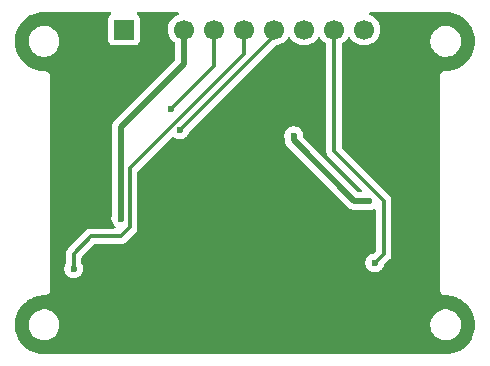
<source format=gbr>
%TF.GenerationSoftware,KiCad,Pcbnew,9.0.5*%
%TF.CreationDate,2025-12-25T12:25:27+05:30*%
%TF.ProjectId,TSH82_Configurable_Op-amp_Board,54534838-325f-4436-9f6e-666967757261,v1.1*%
%TF.SameCoordinates,Original*%
%TF.FileFunction,Copper,L2,Bot*%
%TF.FilePolarity,Positive*%
%FSLAX46Y46*%
G04 Gerber Fmt 4.6, Leading zero omitted, Abs format (unit mm)*
G04 Created by KiCad (PCBNEW 9.0.5) date 2025-12-25 12:25:27*
%MOMM*%
%LPD*%
G01*
G04 APERTURE LIST*
%TA.AperFunction,ComponentPad*%
%ADD10R,1.700000X1.700000*%
%TD*%
%TA.AperFunction,ComponentPad*%
%ADD11C,1.700000*%
%TD*%
%TA.AperFunction,ViaPad*%
%ADD12C,0.600000*%
%TD*%
%TA.AperFunction,Conductor*%
%ADD13C,0.300000*%
%TD*%
%TA.AperFunction,Conductor*%
%ADD14C,0.500000*%
%TD*%
G04 APERTURE END LIST*
D10*
%TO.P,J1,1,Pin_1*%
%TO.N,VCC*%
X132760000Y-81000000D03*
D11*
%TO.P,J1,2,Pin_2*%
%TO.N,GND*%
X135300000Y-81000000D03*
%TO.P,J1,3,Pin_3*%
%TO.N,VREF*%
X137840000Y-81000000D03*
%TO.P,J1,4,Pin_4*%
%TO.N,-IN1*%
X140380000Y-81000000D03*
%TO.P,J1,5,Pin_5*%
%TO.N,+IN1*%
X142920000Y-81000000D03*
%TO.P,J1,6,Pin_6*%
%TO.N,OUT1*%
X145460000Y-81000000D03*
%TO.P,J1,7,Pin_7*%
%TO.N,-IN2*%
X148000000Y-81000000D03*
%TO.P,J1,8,Pin_8*%
%TO.N,+IN2*%
X150540000Y-81000000D03*
%TO.P,J1,9,Pin_9*%
%TO.N,OUT2*%
X153080000Y-81000000D03*
%TD*%
D12*
%TO.N,OUT1*%
X137500000Y-89500000D03*
%TO.N,+IN1*%
X128500000Y-101250000D03*
%TO.N,+IN2*%
X154000000Y-100750000D03*
%TO.N,-IN1*%
X136750000Y-87750000D03*
%TO.N,GND*%
X129000000Y-86000000D03*
X133000000Y-100000000D03*
X127000000Y-101000000D03*
X159000000Y-93000000D03*
X127000000Y-95000000D03*
X133000000Y-103000000D03*
X127000000Y-90000000D03*
X159000000Y-86000000D03*
X130000000Y-84000000D03*
X148750000Y-103500000D03*
X134000000Y-86000000D03*
X129000000Y-83000000D03*
X137000000Y-107000000D03*
X135250000Y-83500000D03*
X132000000Y-85000000D03*
X129000000Y-80000000D03*
X156000000Y-81000000D03*
X148500000Y-85250000D03*
X149000000Y-88750000D03*
X129000000Y-81000000D03*
X133000000Y-105000000D03*
X147750000Y-105500000D03*
X148000000Y-94250000D03*
X148500000Y-83250000D03*
X147500000Y-83250000D03*
X136000000Y-107000000D03*
X133000000Y-108000000D03*
X134000000Y-106000000D03*
X157000000Y-83000000D03*
X136250000Y-83500000D03*
X133000000Y-101000000D03*
X127000000Y-94000000D03*
X157000000Y-84000000D03*
X146750000Y-106500000D03*
X127000000Y-87000000D03*
X156000000Y-83000000D03*
X131000000Y-84000000D03*
X133000000Y-85000000D03*
X158000000Y-85000000D03*
X133000000Y-86000000D03*
X138000000Y-105500000D03*
X157000000Y-81000000D03*
X159000000Y-99000000D03*
X134000000Y-108000000D03*
X158000000Y-86000000D03*
X149000000Y-89750000D03*
X144750000Y-106500000D03*
X130000000Y-86000000D03*
X157000000Y-80000000D03*
X151750000Y-84250000D03*
X159000000Y-102000000D03*
X159000000Y-94000000D03*
X127000000Y-99000000D03*
X159000000Y-90000000D03*
X159000000Y-98000000D03*
X127000000Y-88000000D03*
X159000000Y-91000000D03*
X131000000Y-86000000D03*
X139000000Y-94000000D03*
X148500000Y-84250000D03*
X148000000Y-88750000D03*
X159000000Y-95000000D03*
X127000000Y-102000000D03*
X157000000Y-85000000D03*
X156000000Y-82000000D03*
X128000000Y-85000000D03*
X159000000Y-101000000D03*
X157000000Y-86000000D03*
X159000000Y-89000000D03*
X135000000Y-108000000D03*
X159000000Y-92000000D03*
X150000000Y-108000000D03*
X127000000Y-100000000D03*
X159000000Y-96000000D03*
X151750000Y-88500000D03*
X133000000Y-104000000D03*
X127000000Y-97000000D03*
X140000000Y-106500000D03*
X128000000Y-86000000D03*
X133000000Y-107000000D03*
X130000000Y-80000000D03*
X156000000Y-80000000D03*
X159000000Y-100000000D03*
X132000000Y-84000000D03*
X130000000Y-81000000D03*
X142000000Y-106500000D03*
X136000000Y-108000000D03*
X133000000Y-106000000D03*
X131000000Y-85000000D03*
X127000000Y-89000000D03*
X137000000Y-108000000D03*
X159000000Y-97000000D03*
X134000000Y-103000000D03*
X138000000Y-108000000D03*
X135000000Y-107000000D03*
X159000000Y-88000000D03*
X151000000Y-108000000D03*
X129000000Y-84000000D03*
X130000000Y-85000000D03*
X159000000Y-87000000D03*
X138000000Y-104500000D03*
X157000000Y-82000000D03*
X139000000Y-106500000D03*
X156000000Y-85000000D03*
X134000000Y-102000000D03*
X139000000Y-104500000D03*
X127000000Y-93000000D03*
X133000000Y-84000000D03*
X127000000Y-91000000D03*
X127000000Y-92000000D03*
X156000000Y-84000000D03*
X148750000Y-105500000D03*
X145750000Y-106500000D03*
X149500000Y-83250000D03*
X138000000Y-103500000D03*
X134000000Y-107000000D03*
X133000000Y-102000000D03*
X134000000Y-85000000D03*
X141000000Y-106500000D03*
X151750000Y-83250000D03*
X132000000Y-86000000D03*
X127000000Y-86000000D03*
X148750000Y-104500000D03*
X127000000Y-96000000D03*
X129000000Y-85000000D03*
X130000000Y-83000000D03*
X147750000Y-106500000D03*
X156000000Y-86000000D03*
X139000000Y-105500000D03*
X129000000Y-82000000D03*
X127000000Y-98000000D03*
%TO.N,VREF*%
X132500000Y-97000000D03*
X153500000Y-95500000D03*
X147125000Y-90000000D03*
%TD*%
D13*
%TO.N,OUT1*%
X137500000Y-89500000D02*
X145250000Y-81750000D01*
X145250000Y-81750000D02*
X145250000Y-81000000D01*
%TO.N,+IN1*%
X142920000Y-83080000D02*
X133250000Y-92750000D01*
X133250000Y-92750000D02*
X133250000Y-97750000D01*
X130000000Y-98500000D02*
X128500000Y-100000000D01*
X132500000Y-98500000D02*
X130000000Y-98500000D01*
X128500000Y-100000000D02*
X128500000Y-101250000D01*
X142920000Y-81000000D02*
X142920000Y-83080000D01*
X133250000Y-97750000D02*
X132500000Y-98500000D01*
%TO.N,+IN2*%
X154750000Y-95500000D02*
X150540000Y-91290000D01*
X154000000Y-100750000D02*
X154750000Y-100000000D01*
X154750000Y-100000000D02*
X154750000Y-95500000D01*
X150540000Y-91290000D02*
X150540000Y-81000000D01*
%TO.N,-IN1*%
X140380000Y-84120000D02*
X140380000Y-81000000D01*
X136750000Y-87750000D02*
X140380000Y-84120000D01*
D14*
%TO.N,VREF*%
X147125000Y-90375000D02*
X152250000Y-95500000D01*
X147125000Y-90000000D02*
X147125000Y-90375000D01*
X132500000Y-97000000D02*
X132500000Y-89250000D01*
X132500000Y-89250000D02*
X137840000Y-83910000D01*
X137840000Y-83910000D02*
X137840000Y-81000000D01*
X152250000Y-95500000D02*
X153500000Y-95500000D01*
%TD*%
%TA.AperFunction,Conductor*%
%TO.N,GND*%
G36*
X131636936Y-79520185D02*
G01*
X131682691Y-79572989D01*
X131692635Y-79642147D01*
X131663610Y-79705703D01*
X131644208Y-79723766D01*
X131552455Y-79792452D01*
X131552452Y-79792455D01*
X131466206Y-79907664D01*
X131466202Y-79907671D01*
X131415908Y-80042517D01*
X131409501Y-80102116D01*
X131409501Y-80102123D01*
X131409500Y-80102135D01*
X131409500Y-81897870D01*
X131409501Y-81897876D01*
X131415908Y-81957483D01*
X131466202Y-82092328D01*
X131466206Y-82092335D01*
X131552452Y-82207544D01*
X131552455Y-82207547D01*
X131667664Y-82293793D01*
X131667671Y-82293797D01*
X131802517Y-82344091D01*
X131802516Y-82344091D01*
X131809444Y-82344835D01*
X131862127Y-82350500D01*
X133657872Y-82350499D01*
X133717483Y-82344091D01*
X133852331Y-82293796D01*
X133967546Y-82207546D01*
X134053796Y-82092331D01*
X134104091Y-81957483D01*
X134110500Y-81897873D01*
X134110499Y-80102128D01*
X134104091Y-80042517D01*
X134053796Y-79907669D01*
X134053795Y-79907668D01*
X134053793Y-79907664D01*
X133967547Y-79792455D01*
X133967544Y-79792452D01*
X133875792Y-79723766D01*
X133833921Y-79667832D01*
X133828937Y-79598141D01*
X133862423Y-79536818D01*
X133923746Y-79503334D01*
X133950103Y-79500500D01*
X137301774Y-79500500D01*
X137368813Y-79520185D01*
X137414568Y-79572989D01*
X137424512Y-79642147D01*
X137395487Y-79705703D01*
X137340093Y-79742430D01*
X137321588Y-79748443D01*
X137321585Y-79748444D01*
X137132179Y-79844951D01*
X136960213Y-79969890D01*
X136809890Y-80120213D01*
X136684951Y-80292179D01*
X136588444Y-80481585D01*
X136522753Y-80683760D01*
X136505169Y-80794781D01*
X136489500Y-80893713D01*
X136489500Y-81106287D01*
X136522754Y-81316243D01*
X136582714Y-81500781D01*
X136588444Y-81518414D01*
X136684951Y-81707820D01*
X136809890Y-81879786D01*
X136809896Y-81879792D01*
X136960208Y-82030104D01*
X137038384Y-82086902D01*
X137081051Y-82142231D01*
X137089500Y-82187220D01*
X137089500Y-83547769D01*
X137069815Y-83614808D01*
X137053181Y-83635450D01*
X131917050Y-88771580D01*
X131917044Y-88771588D01*
X131867812Y-88845268D01*
X131867813Y-88845269D01*
X131834921Y-88894496D01*
X131834914Y-88894508D01*
X131778342Y-89031086D01*
X131778340Y-89031092D01*
X131749500Y-89176079D01*
X131749500Y-96695396D01*
X131740062Y-96742844D01*
X131730263Y-96766503D01*
X131730262Y-96766506D01*
X131730260Y-96766511D01*
X131699500Y-96921153D01*
X131699500Y-97078846D01*
X131730261Y-97233489D01*
X131730264Y-97233501D01*
X131790602Y-97379172D01*
X131790609Y-97379185D01*
X131878210Y-97510288D01*
X131878213Y-97510292D01*
X131989708Y-97621787D01*
X131990621Y-97622397D01*
X131990991Y-97622839D01*
X131994419Y-97625653D01*
X131993885Y-97626303D01*
X132035427Y-97676010D01*
X132044134Y-97745334D01*
X132013980Y-97808362D01*
X131954537Y-97845082D01*
X131921731Y-97849500D01*
X129935929Y-97849500D01*
X129810261Y-97874497D01*
X129810255Y-97874499D01*
X129691870Y-97923535D01*
X129585331Y-97994722D01*
X129585324Y-97994728D01*
X127994726Y-99585326D01*
X127923534Y-99691874D01*
X127874499Y-99810255D01*
X127874497Y-99810261D01*
X127849500Y-99935928D01*
X127849500Y-100745064D01*
X127829815Y-100812103D01*
X127828603Y-100813954D01*
X127790608Y-100870817D01*
X127790602Y-100870828D01*
X127730264Y-101016498D01*
X127730261Y-101016510D01*
X127699500Y-101171153D01*
X127699500Y-101328846D01*
X127730261Y-101483489D01*
X127730264Y-101483501D01*
X127790602Y-101629172D01*
X127790609Y-101629185D01*
X127878210Y-101760288D01*
X127878213Y-101760292D01*
X127989707Y-101871786D01*
X127989711Y-101871789D01*
X128120814Y-101959390D01*
X128120827Y-101959397D01*
X128266498Y-102019735D01*
X128266503Y-102019737D01*
X128421153Y-102050499D01*
X128421156Y-102050500D01*
X128421158Y-102050500D01*
X128578844Y-102050500D01*
X128578845Y-102050499D01*
X128733497Y-102019737D01*
X128879179Y-101959394D01*
X129010289Y-101871789D01*
X129121789Y-101760289D01*
X129209394Y-101629179D01*
X129269737Y-101483497D01*
X129300500Y-101328842D01*
X129300500Y-101171158D01*
X129300500Y-101171155D01*
X129300499Y-101171153D01*
X129269738Y-101016510D01*
X129269737Y-101016503D01*
X129209394Y-100870821D01*
X129171396Y-100813953D01*
X129150520Y-100747276D01*
X129150500Y-100745064D01*
X129150500Y-100320808D01*
X129170185Y-100253769D01*
X129186819Y-100233127D01*
X130233127Y-99186819D01*
X130294450Y-99153334D01*
X130320808Y-99150500D01*
X132564071Y-99150500D01*
X132648615Y-99133682D01*
X132689744Y-99125501D01*
X132808127Y-99076465D01*
X132914669Y-99005277D01*
X133755276Y-98164669D01*
X133826465Y-98058127D01*
X133875501Y-97939744D01*
X133888479Y-97874499D01*
X133900500Y-97814069D01*
X133900500Y-93070806D01*
X133920185Y-93003767D01*
X133936814Y-92983130D01*
X136806253Y-90113690D01*
X136867574Y-90080207D01*
X136937266Y-90085191D01*
X136981613Y-90113692D01*
X136989707Y-90121786D01*
X136989711Y-90121789D01*
X137120814Y-90209390D01*
X137120827Y-90209397D01*
X137236117Y-90257151D01*
X137266503Y-90269737D01*
X137421153Y-90300499D01*
X137421156Y-90300500D01*
X137421158Y-90300500D01*
X137578844Y-90300500D01*
X137578845Y-90300499D01*
X137733497Y-90269737D01*
X137879179Y-90209394D01*
X138010289Y-90121789D01*
X138121789Y-90010289D01*
X138209394Y-89879179D01*
X138269737Y-89733497D01*
X138283079Y-89666416D01*
X138315463Y-89604509D01*
X138316959Y-89602985D01*
X145541552Y-82378392D01*
X145602873Y-82344909D01*
X145609823Y-82343604D01*
X145776243Y-82317246D01*
X145978412Y-82251557D01*
X146167816Y-82155051D01*
X146215811Y-82120181D01*
X146339786Y-82030109D01*
X146339788Y-82030106D01*
X146339792Y-82030104D01*
X146490104Y-81879792D01*
X146490106Y-81879788D01*
X146490109Y-81879786D01*
X146615048Y-81707820D01*
X146615049Y-81707819D01*
X146615051Y-81707816D01*
X146619514Y-81699054D01*
X146667488Y-81648259D01*
X146735308Y-81631463D01*
X146801444Y-81653999D01*
X146840486Y-81699056D01*
X146844951Y-81707820D01*
X146969890Y-81879786D01*
X147120213Y-82030109D01*
X147292179Y-82155048D01*
X147292181Y-82155049D01*
X147292184Y-82155051D01*
X147481588Y-82251557D01*
X147683757Y-82317246D01*
X147893713Y-82350500D01*
X147893714Y-82350500D01*
X148106286Y-82350500D01*
X148106287Y-82350500D01*
X148316243Y-82317246D01*
X148518412Y-82251557D01*
X148707816Y-82155051D01*
X148755811Y-82120181D01*
X148879786Y-82030109D01*
X148879788Y-82030106D01*
X148879792Y-82030104D01*
X149030104Y-81879792D01*
X149030106Y-81879788D01*
X149030109Y-81879786D01*
X149155048Y-81707820D01*
X149155049Y-81707819D01*
X149155051Y-81707816D01*
X149159514Y-81699054D01*
X149207488Y-81648259D01*
X149275308Y-81631463D01*
X149341444Y-81653999D01*
X149380486Y-81699056D01*
X149384951Y-81707820D01*
X149509890Y-81879786D01*
X149509896Y-81879792D01*
X149660208Y-82030104D01*
X149832184Y-82155051D01*
X149832188Y-82155053D01*
X149836126Y-82157914D01*
X149835146Y-82159262D01*
X149877160Y-82205690D01*
X149889500Y-82259617D01*
X149889500Y-91354069D01*
X149889500Y-91354071D01*
X149889499Y-91354071D01*
X149914497Y-91479738D01*
X149914499Y-91479744D01*
X149963535Y-91598127D01*
X150034723Y-91704669D01*
X150034726Y-91704673D01*
X150034727Y-91704674D01*
X152867873Y-94537819D01*
X152878485Y-94557255D01*
X152892986Y-94573989D01*
X152894902Y-94587320D01*
X152901358Y-94599142D01*
X152899778Y-94621228D01*
X152902930Y-94643147D01*
X152897334Y-94655398D01*
X152896374Y-94668834D01*
X152883103Y-94686560D01*
X152873905Y-94706703D01*
X152862573Y-94713985D01*
X152854502Y-94724767D01*
X152833756Y-94732504D01*
X152815127Y-94744477D01*
X152793208Y-94747628D01*
X152789038Y-94749184D01*
X152780192Y-94749500D01*
X152612229Y-94749500D01*
X152545190Y-94729815D01*
X152524548Y-94713181D01*
X147961819Y-90150452D01*
X147928334Y-90089129D01*
X147925500Y-90062771D01*
X147925500Y-89921155D01*
X147925499Y-89921153D01*
X147894738Y-89766510D01*
X147894737Y-89766503D01*
X147838001Y-89629528D01*
X147834397Y-89620827D01*
X147834390Y-89620814D01*
X147746789Y-89489711D01*
X147746786Y-89489707D01*
X147635292Y-89378213D01*
X147635288Y-89378210D01*
X147504185Y-89290609D01*
X147504172Y-89290602D01*
X147358501Y-89230264D01*
X147358489Y-89230261D01*
X147203845Y-89199500D01*
X147203842Y-89199500D01*
X147046158Y-89199500D01*
X147046155Y-89199500D01*
X146891510Y-89230261D01*
X146891498Y-89230264D01*
X146745827Y-89290602D01*
X146745814Y-89290609D01*
X146614711Y-89378210D01*
X146614707Y-89378213D01*
X146503213Y-89489707D01*
X146503210Y-89489711D01*
X146415609Y-89620814D01*
X146415602Y-89620827D01*
X146355264Y-89766498D01*
X146355261Y-89766510D01*
X146324500Y-89921153D01*
X146324500Y-90078846D01*
X146355261Y-90233489D01*
X146355263Y-90233497D01*
X146365061Y-90257151D01*
X146374500Y-90304604D01*
X146374500Y-90448918D01*
X146374500Y-90448920D01*
X146374499Y-90448920D01*
X146403340Y-90593907D01*
X146403343Y-90593917D01*
X146459913Y-90730490D01*
X146459914Y-90730492D01*
X146486137Y-90769737D01*
X146486138Y-90769739D01*
X146542043Y-90853410D01*
X146542047Y-90853415D01*
X146542048Y-90853416D01*
X151667049Y-95978416D01*
X151771584Y-96082951D01*
X151771587Y-96082953D01*
X151771588Y-96082954D01*
X151894503Y-96165083D01*
X151894506Y-96165085D01*
X151944665Y-96185861D01*
X151951080Y-96188518D01*
X152031088Y-96221659D01*
X152147241Y-96244763D01*
X152170380Y-96249365D01*
X152176081Y-96250500D01*
X152176082Y-96250500D01*
X152176083Y-96250500D01*
X152323918Y-96250500D01*
X153195396Y-96250500D01*
X153242844Y-96259937D01*
X153266503Y-96269737D01*
X153266508Y-96269738D01*
X153266511Y-96269739D01*
X153421153Y-96300499D01*
X153421156Y-96300500D01*
X153421158Y-96300500D01*
X153578844Y-96300500D01*
X153578845Y-96300499D01*
X153733497Y-96269737D01*
X153879179Y-96209394D01*
X153879184Y-96209390D01*
X153879187Y-96209389D01*
X153906608Y-96191067D01*
X153973285Y-96170188D01*
X154040666Y-96188672D01*
X154087356Y-96240650D01*
X154099500Y-96294168D01*
X154099500Y-99679192D01*
X154090855Y-99708632D01*
X154084332Y-99738619D01*
X154080577Y-99743634D01*
X154079815Y-99746231D01*
X154063185Y-99766868D01*
X153897069Y-99932985D01*
X153835746Y-99966469D01*
X153833580Y-99966920D01*
X153766508Y-99980261D01*
X153766498Y-99980264D01*
X153620827Y-100040602D01*
X153620814Y-100040609D01*
X153489711Y-100128210D01*
X153489707Y-100128213D01*
X153378213Y-100239707D01*
X153378210Y-100239711D01*
X153290609Y-100370814D01*
X153290602Y-100370827D01*
X153230264Y-100516498D01*
X153230261Y-100516510D01*
X153199500Y-100671153D01*
X153199500Y-100828846D01*
X153230261Y-100983489D01*
X153230264Y-100983501D01*
X153290602Y-101129172D01*
X153290609Y-101129185D01*
X153378210Y-101260288D01*
X153378213Y-101260292D01*
X153489707Y-101371786D01*
X153489711Y-101371789D01*
X153620814Y-101459390D01*
X153620827Y-101459397D01*
X153766498Y-101519735D01*
X153766503Y-101519737D01*
X153921153Y-101550499D01*
X153921156Y-101550500D01*
X153921158Y-101550500D01*
X154078844Y-101550500D01*
X154078845Y-101550499D01*
X154233497Y-101519737D01*
X154379179Y-101459394D01*
X154510289Y-101371789D01*
X154621789Y-101260289D01*
X154709394Y-101129179D01*
X154769737Y-100983497D01*
X154783079Y-100916417D01*
X154815462Y-100854508D01*
X154816900Y-100853043D01*
X155255276Y-100414669D01*
X155326465Y-100308127D01*
X155375501Y-100189744D01*
X155383259Y-100150738D01*
X155388479Y-100124501D01*
X155388479Y-100124499D01*
X155400500Y-100064070D01*
X155400500Y-95435928D01*
X155375502Y-95310261D01*
X155375501Y-95310260D01*
X155375501Y-95310256D01*
X155326465Y-95191873D01*
X155255277Y-95085331D01*
X155255275Y-95085329D01*
X155255273Y-95085326D01*
X151226819Y-91056872D01*
X151193334Y-90995549D01*
X151190500Y-90969191D01*
X151190500Y-82259617D01*
X151210185Y-82192578D01*
X151244592Y-82158902D01*
X151243874Y-82157914D01*
X151247811Y-82155053D01*
X151247816Y-82155051D01*
X151419792Y-82030104D01*
X151570104Y-81879792D01*
X151570106Y-81879788D01*
X151570109Y-81879786D01*
X151695048Y-81707820D01*
X151695049Y-81707819D01*
X151695051Y-81707816D01*
X151699514Y-81699054D01*
X151747488Y-81648259D01*
X151815308Y-81631463D01*
X151881444Y-81653999D01*
X151920486Y-81699056D01*
X151924951Y-81707820D01*
X152049890Y-81879786D01*
X152200213Y-82030109D01*
X152372179Y-82155048D01*
X152372181Y-82155049D01*
X152372184Y-82155051D01*
X152561588Y-82251557D01*
X152763757Y-82317246D01*
X152973713Y-82350500D01*
X152973714Y-82350500D01*
X153186286Y-82350500D01*
X153186287Y-82350500D01*
X153396243Y-82317246D01*
X153598412Y-82251557D01*
X153787816Y-82155051D01*
X153835811Y-82120181D01*
X153959786Y-82030109D01*
X153959788Y-82030106D01*
X153959792Y-82030104D01*
X154092248Y-81897648D01*
X158699500Y-81897648D01*
X158699500Y-82102351D01*
X158731522Y-82304534D01*
X158794781Y-82499223D01*
X158887715Y-82681613D01*
X159008028Y-82847213D01*
X159152786Y-82991971D01*
X159307749Y-83104556D01*
X159318390Y-83112287D01*
X159401701Y-83154736D01*
X159500776Y-83205218D01*
X159500778Y-83205218D01*
X159500781Y-83205220D01*
X159605137Y-83239127D01*
X159695465Y-83268477D01*
X159796557Y-83284488D01*
X159897648Y-83300500D01*
X159897649Y-83300500D01*
X160102351Y-83300500D01*
X160102352Y-83300500D01*
X160304534Y-83268477D01*
X160499219Y-83205220D01*
X160681610Y-83112287D01*
X160774590Y-83044732D01*
X160847213Y-82991971D01*
X160847215Y-82991968D01*
X160847219Y-82991966D01*
X160991966Y-82847219D01*
X160991968Y-82847215D01*
X160991971Y-82847213D01*
X161055921Y-82759192D01*
X161112287Y-82681610D01*
X161205220Y-82499219D01*
X161268477Y-82304534D01*
X161300500Y-82102352D01*
X161300500Y-81897648D01*
X161268477Y-81695465D01*
X161210949Y-81518414D01*
X161205220Y-81500781D01*
X161205218Y-81500778D01*
X161205218Y-81500776D01*
X161171503Y-81434607D01*
X161112287Y-81318390D01*
X161104556Y-81307749D01*
X160991971Y-81152786D01*
X160847213Y-81008028D01*
X160681613Y-80887715D01*
X160681612Y-80887714D01*
X160681610Y-80887713D01*
X160624653Y-80858691D01*
X160499223Y-80794781D01*
X160304534Y-80731522D01*
X160129995Y-80703878D01*
X160102352Y-80699500D01*
X159897648Y-80699500D01*
X159873329Y-80703351D01*
X159695465Y-80731522D01*
X159500776Y-80794781D01*
X159318386Y-80887715D01*
X159152786Y-81008028D01*
X159008028Y-81152786D01*
X158887715Y-81318386D01*
X158794781Y-81500776D01*
X158731522Y-81695465D01*
X158699500Y-81897648D01*
X154092248Y-81897648D01*
X154110104Y-81879792D01*
X154235051Y-81707816D01*
X154331557Y-81518412D01*
X154397246Y-81316243D01*
X154430500Y-81106287D01*
X154430500Y-80893713D01*
X154397246Y-80683757D01*
X154331557Y-80481588D01*
X154235051Y-80292184D01*
X154235049Y-80292181D01*
X154235048Y-80292179D01*
X154110109Y-80120213D01*
X153959786Y-79969890D01*
X153787820Y-79844951D01*
X153598414Y-79748444D01*
X153598413Y-79748443D01*
X153598412Y-79748443D01*
X153579907Y-79742430D01*
X153522232Y-79702994D01*
X153495034Y-79638635D01*
X153506949Y-79569789D01*
X153554193Y-79518313D01*
X153618226Y-79500500D01*
X159934108Y-79500500D01*
X159996249Y-79500500D01*
X160003736Y-79500726D01*
X160293796Y-79518271D01*
X160308657Y-79520075D01*
X160579933Y-79569789D01*
X160590798Y-79571780D01*
X160605335Y-79575363D01*
X160879172Y-79660695D01*
X160893163Y-79666000D01*
X161154743Y-79783727D01*
X161167989Y-79790680D01*
X161413465Y-79939075D01*
X161425776Y-79947573D01*
X161651573Y-80124473D01*
X161662781Y-80134403D01*
X161865596Y-80337218D01*
X161875526Y-80348426D01*
X161995481Y-80501538D01*
X162052422Y-80574217D01*
X162060926Y-80586537D01*
X162148573Y-80731523D01*
X162209316Y-80832004D01*
X162216275Y-80845263D01*
X162333997Y-81106831D01*
X162339306Y-81120832D01*
X162424635Y-81394663D01*
X162428219Y-81409201D01*
X162479923Y-81691340D01*
X162481728Y-81706205D01*
X162499047Y-81992513D01*
X162499047Y-82007487D01*
X162481728Y-82293794D01*
X162479923Y-82308659D01*
X162428219Y-82590798D01*
X162424635Y-82605336D01*
X162339306Y-82879167D01*
X162333997Y-82893168D01*
X162216275Y-83154736D01*
X162209316Y-83167995D01*
X162060928Y-83413459D01*
X162052422Y-83425782D01*
X161875526Y-83651573D01*
X161865596Y-83662781D01*
X161662781Y-83865596D01*
X161651573Y-83875526D01*
X161425782Y-84052422D01*
X161413459Y-84060928D01*
X161167995Y-84209316D01*
X161154736Y-84216275D01*
X160893168Y-84333997D01*
X160879167Y-84339306D01*
X160605336Y-84424635D01*
X160590798Y-84428219D01*
X160308659Y-84479923D01*
X160293794Y-84481728D01*
X160003736Y-84499274D01*
X159996249Y-84499500D01*
X159934108Y-84499500D01*
X159806812Y-84533608D01*
X159692686Y-84599500D01*
X159692683Y-84599502D01*
X159599502Y-84692683D01*
X159599500Y-84692686D01*
X159533608Y-84806812D01*
X159499500Y-84934108D01*
X159499500Y-103065891D01*
X159533608Y-103193187D01*
X159566554Y-103250250D01*
X159599500Y-103307314D01*
X159692686Y-103400500D01*
X159806814Y-103466392D01*
X159934108Y-103500500D01*
X159996249Y-103500500D01*
X160003736Y-103500726D01*
X160293796Y-103518271D01*
X160308659Y-103520076D01*
X160590798Y-103571780D01*
X160605335Y-103575363D01*
X160879172Y-103660695D01*
X160893163Y-103666000D01*
X161154743Y-103783727D01*
X161167989Y-103790680D01*
X161413465Y-103939075D01*
X161425776Y-103947573D01*
X161651573Y-104124473D01*
X161662781Y-104134403D01*
X161865596Y-104337218D01*
X161875526Y-104348426D01*
X161995481Y-104501538D01*
X162052422Y-104574217D01*
X162060926Y-104586537D01*
X162148573Y-104731523D01*
X162209316Y-104832004D01*
X162216275Y-104845263D01*
X162333997Y-105106831D01*
X162339306Y-105120832D01*
X162424635Y-105394663D01*
X162428219Y-105409201D01*
X162479923Y-105691340D01*
X162481728Y-105706205D01*
X162499047Y-105992513D01*
X162499047Y-106007487D01*
X162481728Y-106293794D01*
X162479923Y-106308659D01*
X162428219Y-106590798D01*
X162424635Y-106605336D01*
X162339306Y-106879167D01*
X162333997Y-106893168D01*
X162216275Y-107154736D01*
X162209316Y-107167995D01*
X162060928Y-107413459D01*
X162052422Y-107425782D01*
X161875526Y-107651573D01*
X161865596Y-107662781D01*
X161662781Y-107865596D01*
X161651573Y-107875526D01*
X161425782Y-108052422D01*
X161413459Y-108060928D01*
X161167995Y-108209316D01*
X161154736Y-108216275D01*
X160893168Y-108333997D01*
X160879167Y-108339306D01*
X160605336Y-108424635D01*
X160590798Y-108428219D01*
X160308659Y-108479923D01*
X160293794Y-108481728D01*
X160003736Y-108499274D01*
X159996249Y-108499500D01*
X126003751Y-108499500D01*
X125996264Y-108499274D01*
X125706205Y-108481728D01*
X125691340Y-108479923D01*
X125409201Y-108428219D01*
X125394663Y-108424635D01*
X125120832Y-108339306D01*
X125106831Y-108333997D01*
X124845263Y-108216275D01*
X124832004Y-108209316D01*
X124586540Y-108060928D01*
X124574217Y-108052422D01*
X124348426Y-107875526D01*
X124337218Y-107865596D01*
X124134403Y-107662781D01*
X124124473Y-107651573D01*
X123947573Y-107425776D01*
X123939075Y-107413465D01*
X123790680Y-107167989D01*
X123783727Y-107154743D01*
X123666000Y-106893163D01*
X123660693Y-106879167D01*
X123575364Y-106605336D01*
X123571780Y-106590798D01*
X123554998Y-106499223D01*
X123520075Y-106308657D01*
X123518271Y-106293794D01*
X123510902Y-106171969D01*
X123500952Y-106007472D01*
X123500952Y-105992527D01*
X123506691Y-105897648D01*
X124699500Y-105897648D01*
X124699500Y-106102351D01*
X124731522Y-106304534D01*
X124794781Y-106499223D01*
X124887715Y-106681613D01*
X125008028Y-106847213D01*
X125152786Y-106991971D01*
X125307749Y-107104556D01*
X125318390Y-107112287D01*
X125401701Y-107154736D01*
X125500776Y-107205218D01*
X125500778Y-107205218D01*
X125500781Y-107205220D01*
X125605137Y-107239127D01*
X125695465Y-107268477D01*
X125796557Y-107284488D01*
X125897648Y-107300500D01*
X125897649Y-107300500D01*
X126102351Y-107300500D01*
X126102352Y-107300500D01*
X126304534Y-107268477D01*
X126499219Y-107205220D01*
X126681610Y-107112287D01*
X126774590Y-107044732D01*
X126847213Y-106991971D01*
X126847215Y-106991968D01*
X126847219Y-106991966D01*
X126991966Y-106847219D01*
X126991968Y-106847215D01*
X126991971Y-106847213D01*
X127044732Y-106774590D01*
X127112287Y-106681610D01*
X127205220Y-106499219D01*
X127268477Y-106304534D01*
X127300500Y-106102352D01*
X127300500Y-105897648D01*
X158699500Y-105897648D01*
X158699500Y-106102351D01*
X158731522Y-106304534D01*
X158794781Y-106499223D01*
X158887715Y-106681613D01*
X159008028Y-106847213D01*
X159152786Y-106991971D01*
X159307749Y-107104556D01*
X159318390Y-107112287D01*
X159401701Y-107154736D01*
X159500776Y-107205218D01*
X159500778Y-107205218D01*
X159500781Y-107205220D01*
X159605137Y-107239127D01*
X159695465Y-107268477D01*
X159796557Y-107284488D01*
X159897648Y-107300500D01*
X159897649Y-107300500D01*
X160102351Y-107300500D01*
X160102352Y-107300500D01*
X160304534Y-107268477D01*
X160499219Y-107205220D01*
X160681610Y-107112287D01*
X160774590Y-107044732D01*
X160847213Y-106991971D01*
X160847215Y-106991968D01*
X160847219Y-106991966D01*
X160991966Y-106847219D01*
X160991968Y-106847215D01*
X160991971Y-106847213D01*
X161044732Y-106774590D01*
X161112287Y-106681610D01*
X161205220Y-106499219D01*
X161268477Y-106304534D01*
X161300500Y-106102352D01*
X161300500Y-105897648D01*
X161268477Y-105695465D01*
X161205218Y-105500776D01*
X161171503Y-105434607D01*
X161112287Y-105318390D01*
X161104556Y-105307749D01*
X160991971Y-105152786D01*
X160847213Y-105008028D01*
X160681613Y-104887715D01*
X160681612Y-104887714D01*
X160681610Y-104887713D01*
X160624653Y-104858691D01*
X160499223Y-104794781D01*
X160304534Y-104731522D01*
X160129995Y-104703878D01*
X160102352Y-104699500D01*
X159897648Y-104699500D01*
X159873329Y-104703351D01*
X159695465Y-104731522D01*
X159500776Y-104794781D01*
X159318386Y-104887715D01*
X159152786Y-105008028D01*
X159008028Y-105152786D01*
X158887715Y-105318386D01*
X158794781Y-105500776D01*
X158731522Y-105695465D01*
X158699500Y-105897648D01*
X127300500Y-105897648D01*
X127268477Y-105695465D01*
X127205218Y-105500776D01*
X127171503Y-105434607D01*
X127112287Y-105318390D01*
X127104556Y-105307749D01*
X126991971Y-105152786D01*
X126847213Y-105008028D01*
X126681613Y-104887715D01*
X126681612Y-104887714D01*
X126681610Y-104887713D01*
X126624653Y-104858691D01*
X126499223Y-104794781D01*
X126304534Y-104731522D01*
X126129995Y-104703878D01*
X126102352Y-104699500D01*
X125897648Y-104699500D01*
X125873329Y-104703351D01*
X125695465Y-104731522D01*
X125500776Y-104794781D01*
X125318386Y-104887715D01*
X125152786Y-105008028D01*
X125008028Y-105152786D01*
X124887715Y-105318386D01*
X124794781Y-105500776D01*
X124731522Y-105695465D01*
X124699500Y-105897648D01*
X123506691Y-105897648D01*
X123518271Y-105706201D01*
X123520076Y-105691340D01*
X123554998Y-105500781D01*
X123571780Y-105409197D01*
X123575364Y-105394663D01*
X123650736Y-105152786D01*
X123660696Y-105120822D01*
X123665998Y-105106841D01*
X123783731Y-104845249D01*
X123790676Y-104832016D01*
X123939080Y-104586526D01*
X123947567Y-104574230D01*
X124124480Y-104348417D01*
X124134395Y-104337226D01*
X124337226Y-104134395D01*
X124348417Y-104124480D01*
X124574230Y-103947567D01*
X124586526Y-103939080D01*
X124832016Y-103790676D01*
X124845249Y-103783731D01*
X125106841Y-103665998D01*
X125120822Y-103660696D01*
X125394668Y-103575362D01*
X125409197Y-103571780D01*
X125691344Y-103520075D01*
X125706201Y-103518271D01*
X125996264Y-103500726D01*
X126003751Y-103500500D01*
X126065890Y-103500500D01*
X126065892Y-103500500D01*
X126193186Y-103466392D01*
X126307314Y-103400500D01*
X126400500Y-103307314D01*
X126466392Y-103193186D01*
X126500500Y-103065892D01*
X126500500Y-102934108D01*
X126500500Y-84934108D01*
X126466392Y-84806814D01*
X126400500Y-84692686D01*
X126307314Y-84599500D01*
X126250250Y-84566554D01*
X126193187Y-84533608D01*
X126129539Y-84516554D01*
X126065892Y-84499500D01*
X126065891Y-84499500D01*
X126003751Y-84499500D01*
X125996264Y-84499274D01*
X125706205Y-84481728D01*
X125691340Y-84479923D01*
X125409201Y-84428219D01*
X125394663Y-84424635D01*
X125120832Y-84339306D01*
X125106831Y-84333997D01*
X124845263Y-84216275D01*
X124832004Y-84209316D01*
X124586540Y-84060928D01*
X124574217Y-84052422D01*
X124570556Y-84049554D01*
X124348426Y-83875526D01*
X124337218Y-83865596D01*
X124134403Y-83662781D01*
X124124473Y-83651573D01*
X123947573Y-83425776D01*
X123939075Y-83413465D01*
X123790680Y-83167989D01*
X123783727Y-83154743D01*
X123666000Y-82893163D01*
X123660693Y-82879167D01*
X123639312Y-82810554D01*
X123575363Y-82605335D01*
X123571780Y-82590798D01*
X123554998Y-82499223D01*
X123520075Y-82308657D01*
X123518271Y-82293794D01*
X123513054Y-82207544D01*
X123500952Y-82007472D01*
X123500952Y-81992527D01*
X123506691Y-81897648D01*
X124699500Y-81897648D01*
X124699500Y-82102351D01*
X124731522Y-82304534D01*
X124794781Y-82499223D01*
X124887715Y-82681613D01*
X125008028Y-82847213D01*
X125152786Y-82991971D01*
X125307749Y-83104556D01*
X125318390Y-83112287D01*
X125401701Y-83154736D01*
X125500776Y-83205218D01*
X125500778Y-83205218D01*
X125500781Y-83205220D01*
X125605137Y-83239127D01*
X125695465Y-83268477D01*
X125796557Y-83284488D01*
X125897648Y-83300500D01*
X125897649Y-83300500D01*
X126102351Y-83300500D01*
X126102352Y-83300500D01*
X126304534Y-83268477D01*
X126499219Y-83205220D01*
X126681610Y-83112287D01*
X126774590Y-83044732D01*
X126847213Y-82991971D01*
X126847215Y-82991968D01*
X126847219Y-82991966D01*
X126991966Y-82847219D01*
X126991968Y-82847215D01*
X126991971Y-82847213D01*
X127055921Y-82759192D01*
X127112287Y-82681610D01*
X127205220Y-82499219D01*
X127268477Y-82304534D01*
X127300500Y-82102352D01*
X127300500Y-81897648D01*
X127268477Y-81695465D01*
X127210949Y-81518414D01*
X127205220Y-81500781D01*
X127205218Y-81500778D01*
X127205218Y-81500776D01*
X127171503Y-81434607D01*
X127112287Y-81318390D01*
X127104556Y-81307749D01*
X126991971Y-81152786D01*
X126847213Y-81008028D01*
X126681613Y-80887715D01*
X126681612Y-80887714D01*
X126681610Y-80887713D01*
X126624653Y-80858691D01*
X126499223Y-80794781D01*
X126304534Y-80731522D01*
X126129995Y-80703878D01*
X126102352Y-80699500D01*
X125897648Y-80699500D01*
X125873329Y-80703351D01*
X125695465Y-80731522D01*
X125500776Y-80794781D01*
X125318386Y-80887715D01*
X125152786Y-81008028D01*
X125008028Y-81152786D01*
X124887715Y-81318386D01*
X124794781Y-81500776D01*
X124731522Y-81695465D01*
X124699500Y-81897648D01*
X123506691Y-81897648D01*
X123518271Y-81706201D01*
X123520076Y-81691340D01*
X123551767Y-81518412D01*
X123571780Y-81409197D01*
X123575364Y-81394663D01*
X123650736Y-81152786D01*
X123660696Y-81120822D01*
X123665998Y-81106841D01*
X123783731Y-80845249D01*
X123790676Y-80832016D01*
X123939080Y-80586526D01*
X123947567Y-80574230D01*
X124124480Y-80348417D01*
X124134395Y-80337226D01*
X124337226Y-80134395D01*
X124348417Y-80124480D01*
X124574230Y-79947567D01*
X124586526Y-79939080D01*
X124832016Y-79790676D01*
X124845249Y-79783731D01*
X125106841Y-79665998D01*
X125120822Y-79660696D01*
X125394668Y-79575362D01*
X125409197Y-79571780D01*
X125691344Y-79520075D01*
X125706201Y-79518271D01*
X125996264Y-79500726D01*
X126003751Y-79500500D01*
X126065892Y-79500500D01*
X131569897Y-79500500D01*
X131636936Y-79520185D01*
G37*
%TD.AperFunction*%
%TD*%
M02*

</source>
